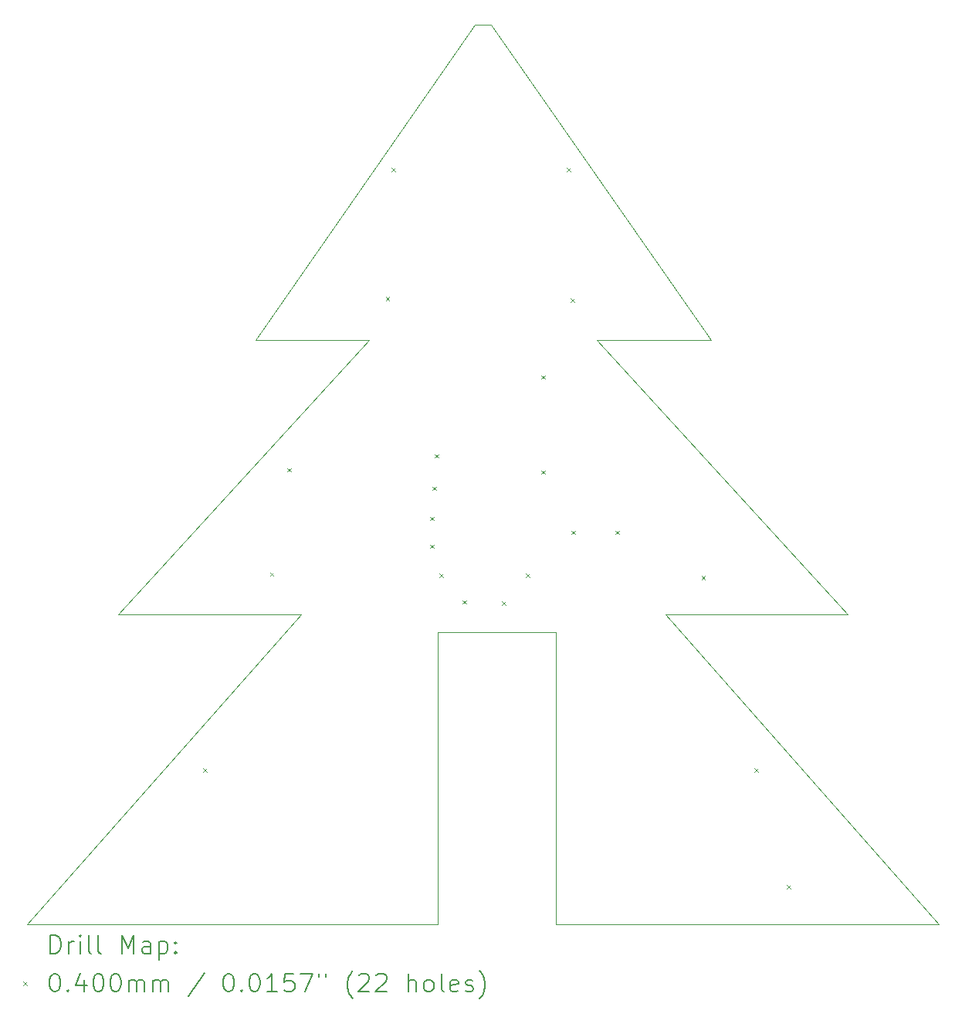
<source format=gbr>
%TF.GenerationSoftware,KiCad,Pcbnew,7.0.8*%
%TF.CreationDate,2024-03-10T12:51:43+01:00*%
%TF.ProjectId,PCB_Christmas_Tree,5043425f-4368-4726-9973-746d61735f54,rev?*%
%TF.SameCoordinates,Original*%
%TF.FileFunction,Drillmap*%
%TF.FilePolarity,Positive*%
%FSLAX45Y45*%
G04 Gerber Fmt 4.5, Leading zero omitted, Abs format (unit mm)*
G04 Created by KiCad (PCBNEW 7.0.8) date 2024-03-10 12:51:43*
%MOMM*%
%LPD*%
G01*
G04 APERTURE LIST*
%ADD10C,0.100000*%
%ADD11C,0.200000*%
%ADD12C,0.040000*%
G04 APERTURE END LIST*
D10*
X15300000Y-14200000D02*
X19800000Y-14200000D01*
X17800000Y-7800000D02*
X19050000Y-7800000D01*
X19800000Y-11000000D02*
X19800000Y-14200000D01*
X19050000Y-7800000D02*
X16300000Y-10800000D01*
X24300000Y-10800000D02*
X22300000Y-10800000D01*
X18300000Y-10800000D02*
X16300000Y-10800000D01*
X21550000Y-7800000D02*
X24300000Y-10800000D01*
X18300000Y-10800000D02*
X15300000Y-14200000D01*
X21550000Y-7800000D02*
X22800000Y-7800000D01*
X20390000Y-4340000D02*
X20210000Y-4340000D01*
X20210000Y-4340000D02*
X17800000Y-7800000D01*
X21100000Y-14200000D02*
X25300000Y-14200000D01*
X21100000Y-11000000D02*
X19800000Y-11000000D01*
X20390000Y-4340000D02*
X22800000Y-7800000D01*
X22300000Y-10800000D02*
X25300000Y-14200000D01*
X21100000Y-14200000D02*
X21100000Y-11000000D01*
D11*
D12*
X17226600Y-12489500D02*
X17266600Y-12529500D01*
X17266600Y-12489500D02*
X17226600Y-12529500D01*
X17962300Y-10343200D02*
X18002300Y-10383200D01*
X18002300Y-10343200D02*
X17962300Y-10383200D01*
X18153700Y-9200200D02*
X18193700Y-9240200D01*
X18193700Y-9200200D02*
X18153700Y-9240200D01*
X19232100Y-7326300D02*
X19272100Y-7366300D01*
X19272100Y-7326300D02*
X19232100Y-7366300D01*
X19296700Y-5910900D02*
X19336700Y-5950900D01*
X19336700Y-5910900D02*
X19296700Y-5950900D01*
X19715800Y-9733600D02*
X19755800Y-9773600D01*
X19755800Y-9733600D02*
X19715800Y-9773600D01*
X19715800Y-10038400D02*
X19755800Y-10078400D01*
X19755800Y-10038400D02*
X19715800Y-10078400D01*
X19741200Y-9403400D02*
X19781200Y-9443400D01*
X19781200Y-9403400D02*
X19741200Y-9443400D01*
X19766600Y-9047800D02*
X19806600Y-9087800D01*
X19806600Y-9047800D02*
X19766600Y-9087800D01*
X19817400Y-10355900D02*
X19857400Y-10395900D01*
X19857400Y-10355900D02*
X19817400Y-10395900D01*
X20071400Y-10648000D02*
X20111400Y-10688000D01*
X20111400Y-10648000D02*
X20071400Y-10688000D01*
X20503200Y-10660700D02*
X20543200Y-10700700D01*
X20543200Y-10660700D02*
X20503200Y-10700700D01*
X20769900Y-10355900D02*
X20809900Y-10395900D01*
X20809900Y-10355900D02*
X20769900Y-10395900D01*
X20935000Y-8184200D02*
X20975000Y-8224200D01*
X20975000Y-8184200D02*
X20935000Y-8224200D01*
X20935000Y-9225600D02*
X20975000Y-9265600D01*
X20975000Y-9225600D02*
X20935000Y-9265600D01*
X21214400Y-5910900D02*
X21254400Y-5950900D01*
X21254400Y-5910900D02*
X21214400Y-5950900D01*
X21260000Y-7340600D02*
X21300000Y-7380600D01*
X21300000Y-7340600D02*
X21260000Y-7380600D01*
X21265200Y-9886000D02*
X21305200Y-9926000D01*
X21305200Y-9886000D02*
X21265200Y-9926000D01*
X21747800Y-9886000D02*
X21787800Y-9926000D01*
X21787800Y-9886000D02*
X21747800Y-9926000D01*
X22695600Y-10381300D02*
X22735600Y-10421300D01*
X22735600Y-10381300D02*
X22695600Y-10421300D01*
X23271800Y-12489500D02*
X23311800Y-12529500D01*
X23311800Y-12489500D02*
X23271800Y-12529500D01*
X23630500Y-13767600D02*
X23670500Y-13807600D01*
X23670500Y-13767600D02*
X23630500Y-13807600D01*
D11*
X15555777Y-14516484D02*
X15555777Y-14316484D01*
X15555777Y-14316484D02*
X15603396Y-14316484D01*
X15603396Y-14316484D02*
X15631967Y-14326008D01*
X15631967Y-14326008D02*
X15651015Y-14345055D01*
X15651015Y-14345055D02*
X15660539Y-14364103D01*
X15660539Y-14364103D02*
X15670062Y-14402198D01*
X15670062Y-14402198D02*
X15670062Y-14430769D01*
X15670062Y-14430769D02*
X15660539Y-14468865D01*
X15660539Y-14468865D02*
X15651015Y-14487912D01*
X15651015Y-14487912D02*
X15631967Y-14506960D01*
X15631967Y-14506960D02*
X15603396Y-14516484D01*
X15603396Y-14516484D02*
X15555777Y-14516484D01*
X15755777Y-14516484D02*
X15755777Y-14383150D01*
X15755777Y-14421246D02*
X15765301Y-14402198D01*
X15765301Y-14402198D02*
X15774824Y-14392674D01*
X15774824Y-14392674D02*
X15793872Y-14383150D01*
X15793872Y-14383150D02*
X15812920Y-14383150D01*
X15879586Y-14516484D02*
X15879586Y-14383150D01*
X15879586Y-14316484D02*
X15870062Y-14326008D01*
X15870062Y-14326008D02*
X15879586Y-14335531D01*
X15879586Y-14335531D02*
X15889110Y-14326008D01*
X15889110Y-14326008D02*
X15879586Y-14316484D01*
X15879586Y-14316484D02*
X15879586Y-14335531D01*
X16003396Y-14516484D02*
X15984348Y-14506960D01*
X15984348Y-14506960D02*
X15974824Y-14487912D01*
X15974824Y-14487912D02*
X15974824Y-14316484D01*
X16108158Y-14516484D02*
X16089110Y-14506960D01*
X16089110Y-14506960D02*
X16079586Y-14487912D01*
X16079586Y-14487912D02*
X16079586Y-14316484D01*
X16336729Y-14516484D02*
X16336729Y-14316484D01*
X16336729Y-14316484D02*
X16403396Y-14459341D01*
X16403396Y-14459341D02*
X16470062Y-14316484D01*
X16470062Y-14316484D02*
X16470062Y-14516484D01*
X16651015Y-14516484D02*
X16651015Y-14411722D01*
X16651015Y-14411722D02*
X16641491Y-14392674D01*
X16641491Y-14392674D02*
X16622443Y-14383150D01*
X16622443Y-14383150D02*
X16584348Y-14383150D01*
X16584348Y-14383150D02*
X16565301Y-14392674D01*
X16651015Y-14506960D02*
X16631967Y-14516484D01*
X16631967Y-14516484D02*
X16584348Y-14516484D01*
X16584348Y-14516484D02*
X16565301Y-14506960D01*
X16565301Y-14506960D02*
X16555777Y-14487912D01*
X16555777Y-14487912D02*
X16555777Y-14468865D01*
X16555777Y-14468865D02*
X16565301Y-14449817D01*
X16565301Y-14449817D02*
X16584348Y-14440293D01*
X16584348Y-14440293D02*
X16631967Y-14440293D01*
X16631967Y-14440293D02*
X16651015Y-14430769D01*
X16746253Y-14383150D02*
X16746253Y-14583150D01*
X16746253Y-14392674D02*
X16765301Y-14383150D01*
X16765301Y-14383150D02*
X16803396Y-14383150D01*
X16803396Y-14383150D02*
X16822444Y-14392674D01*
X16822444Y-14392674D02*
X16831967Y-14402198D01*
X16831967Y-14402198D02*
X16841491Y-14421246D01*
X16841491Y-14421246D02*
X16841491Y-14478388D01*
X16841491Y-14478388D02*
X16831967Y-14497436D01*
X16831967Y-14497436D02*
X16822444Y-14506960D01*
X16822444Y-14506960D02*
X16803396Y-14516484D01*
X16803396Y-14516484D02*
X16765301Y-14516484D01*
X16765301Y-14516484D02*
X16746253Y-14506960D01*
X16927205Y-14497436D02*
X16936729Y-14506960D01*
X16936729Y-14506960D02*
X16927205Y-14516484D01*
X16927205Y-14516484D02*
X16917682Y-14506960D01*
X16917682Y-14506960D02*
X16927205Y-14497436D01*
X16927205Y-14497436D02*
X16927205Y-14516484D01*
X16927205Y-14392674D02*
X16936729Y-14402198D01*
X16936729Y-14402198D02*
X16927205Y-14411722D01*
X16927205Y-14411722D02*
X16917682Y-14402198D01*
X16917682Y-14402198D02*
X16927205Y-14392674D01*
X16927205Y-14392674D02*
X16927205Y-14411722D01*
D12*
X15255000Y-14825000D02*
X15295000Y-14865000D01*
X15295000Y-14825000D02*
X15255000Y-14865000D01*
D11*
X15593872Y-14736484D02*
X15612920Y-14736484D01*
X15612920Y-14736484D02*
X15631967Y-14746008D01*
X15631967Y-14746008D02*
X15641491Y-14755531D01*
X15641491Y-14755531D02*
X15651015Y-14774579D01*
X15651015Y-14774579D02*
X15660539Y-14812674D01*
X15660539Y-14812674D02*
X15660539Y-14860293D01*
X15660539Y-14860293D02*
X15651015Y-14898388D01*
X15651015Y-14898388D02*
X15641491Y-14917436D01*
X15641491Y-14917436D02*
X15631967Y-14926960D01*
X15631967Y-14926960D02*
X15612920Y-14936484D01*
X15612920Y-14936484D02*
X15593872Y-14936484D01*
X15593872Y-14936484D02*
X15574824Y-14926960D01*
X15574824Y-14926960D02*
X15565301Y-14917436D01*
X15565301Y-14917436D02*
X15555777Y-14898388D01*
X15555777Y-14898388D02*
X15546253Y-14860293D01*
X15546253Y-14860293D02*
X15546253Y-14812674D01*
X15546253Y-14812674D02*
X15555777Y-14774579D01*
X15555777Y-14774579D02*
X15565301Y-14755531D01*
X15565301Y-14755531D02*
X15574824Y-14746008D01*
X15574824Y-14746008D02*
X15593872Y-14736484D01*
X15746253Y-14917436D02*
X15755777Y-14926960D01*
X15755777Y-14926960D02*
X15746253Y-14936484D01*
X15746253Y-14936484D02*
X15736729Y-14926960D01*
X15736729Y-14926960D02*
X15746253Y-14917436D01*
X15746253Y-14917436D02*
X15746253Y-14936484D01*
X15927205Y-14803150D02*
X15927205Y-14936484D01*
X15879586Y-14726960D02*
X15831967Y-14869817D01*
X15831967Y-14869817D02*
X15955777Y-14869817D01*
X16070062Y-14736484D02*
X16089110Y-14736484D01*
X16089110Y-14736484D02*
X16108158Y-14746008D01*
X16108158Y-14746008D02*
X16117682Y-14755531D01*
X16117682Y-14755531D02*
X16127205Y-14774579D01*
X16127205Y-14774579D02*
X16136729Y-14812674D01*
X16136729Y-14812674D02*
X16136729Y-14860293D01*
X16136729Y-14860293D02*
X16127205Y-14898388D01*
X16127205Y-14898388D02*
X16117682Y-14917436D01*
X16117682Y-14917436D02*
X16108158Y-14926960D01*
X16108158Y-14926960D02*
X16089110Y-14936484D01*
X16089110Y-14936484D02*
X16070062Y-14936484D01*
X16070062Y-14936484D02*
X16051015Y-14926960D01*
X16051015Y-14926960D02*
X16041491Y-14917436D01*
X16041491Y-14917436D02*
X16031967Y-14898388D01*
X16031967Y-14898388D02*
X16022443Y-14860293D01*
X16022443Y-14860293D02*
X16022443Y-14812674D01*
X16022443Y-14812674D02*
X16031967Y-14774579D01*
X16031967Y-14774579D02*
X16041491Y-14755531D01*
X16041491Y-14755531D02*
X16051015Y-14746008D01*
X16051015Y-14746008D02*
X16070062Y-14736484D01*
X16260539Y-14736484D02*
X16279586Y-14736484D01*
X16279586Y-14736484D02*
X16298634Y-14746008D01*
X16298634Y-14746008D02*
X16308158Y-14755531D01*
X16308158Y-14755531D02*
X16317682Y-14774579D01*
X16317682Y-14774579D02*
X16327205Y-14812674D01*
X16327205Y-14812674D02*
X16327205Y-14860293D01*
X16327205Y-14860293D02*
X16317682Y-14898388D01*
X16317682Y-14898388D02*
X16308158Y-14917436D01*
X16308158Y-14917436D02*
X16298634Y-14926960D01*
X16298634Y-14926960D02*
X16279586Y-14936484D01*
X16279586Y-14936484D02*
X16260539Y-14936484D01*
X16260539Y-14936484D02*
X16241491Y-14926960D01*
X16241491Y-14926960D02*
X16231967Y-14917436D01*
X16231967Y-14917436D02*
X16222443Y-14898388D01*
X16222443Y-14898388D02*
X16212920Y-14860293D01*
X16212920Y-14860293D02*
X16212920Y-14812674D01*
X16212920Y-14812674D02*
X16222443Y-14774579D01*
X16222443Y-14774579D02*
X16231967Y-14755531D01*
X16231967Y-14755531D02*
X16241491Y-14746008D01*
X16241491Y-14746008D02*
X16260539Y-14736484D01*
X16412920Y-14936484D02*
X16412920Y-14803150D01*
X16412920Y-14822198D02*
X16422443Y-14812674D01*
X16422443Y-14812674D02*
X16441491Y-14803150D01*
X16441491Y-14803150D02*
X16470063Y-14803150D01*
X16470063Y-14803150D02*
X16489110Y-14812674D01*
X16489110Y-14812674D02*
X16498634Y-14831722D01*
X16498634Y-14831722D02*
X16498634Y-14936484D01*
X16498634Y-14831722D02*
X16508158Y-14812674D01*
X16508158Y-14812674D02*
X16527205Y-14803150D01*
X16527205Y-14803150D02*
X16555777Y-14803150D01*
X16555777Y-14803150D02*
X16574824Y-14812674D01*
X16574824Y-14812674D02*
X16584348Y-14831722D01*
X16584348Y-14831722D02*
X16584348Y-14936484D01*
X16679586Y-14936484D02*
X16679586Y-14803150D01*
X16679586Y-14822198D02*
X16689110Y-14812674D01*
X16689110Y-14812674D02*
X16708158Y-14803150D01*
X16708158Y-14803150D02*
X16736729Y-14803150D01*
X16736729Y-14803150D02*
X16755777Y-14812674D01*
X16755777Y-14812674D02*
X16765301Y-14831722D01*
X16765301Y-14831722D02*
X16765301Y-14936484D01*
X16765301Y-14831722D02*
X16774824Y-14812674D01*
X16774824Y-14812674D02*
X16793872Y-14803150D01*
X16793872Y-14803150D02*
X16822444Y-14803150D01*
X16822444Y-14803150D02*
X16841491Y-14812674D01*
X16841491Y-14812674D02*
X16851015Y-14831722D01*
X16851015Y-14831722D02*
X16851015Y-14936484D01*
X17241491Y-14726960D02*
X17070063Y-14984103D01*
X17498634Y-14736484D02*
X17517682Y-14736484D01*
X17517682Y-14736484D02*
X17536729Y-14746008D01*
X17536729Y-14746008D02*
X17546253Y-14755531D01*
X17546253Y-14755531D02*
X17555777Y-14774579D01*
X17555777Y-14774579D02*
X17565301Y-14812674D01*
X17565301Y-14812674D02*
X17565301Y-14860293D01*
X17565301Y-14860293D02*
X17555777Y-14898388D01*
X17555777Y-14898388D02*
X17546253Y-14917436D01*
X17546253Y-14917436D02*
X17536729Y-14926960D01*
X17536729Y-14926960D02*
X17517682Y-14936484D01*
X17517682Y-14936484D02*
X17498634Y-14936484D01*
X17498634Y-14936484D02*
X17479587Y-14926960D01*
X17479587Y-14926960D02*
X17470063Y-14917436D01*
X17470063Y-14917436D02*
X17460539Y-14898388D01*
X17460539Y-14898388D02*
X17451015Y-14860293D01*
X17451015Y-14860293D02*
X17451015Y-14812674D01*
X17451015Y-14812674D02*
X17460539Y-14774579D01*
X17460539Y-14774579D02*
X17470063Y-14755531D01*
X17470063Y-14755531D02*
X17479587Y-14746008D01*
X17479587Y-14746008D02*
X17498634Y-14736484D01*
X17651015Y-14917436D02*
X17660539Y-14926960D01*
X17660539Y-14926960D02*
X17651015Y-14936484D01*
X17651015Y-14936484D02*
X17641491Y-14926960D01*
X17641491Y-14926960D02*
X17651015Y-14917436D01*
X17651015Y-14917436D02*
X17651015Y-14936484D01*
X17784348Y-14736484D02*
X17803396Y-14736484D01*
X17803396Y-14736484D02*
X17822444Y-14746008D01*
X17822444Y-14746008D02*
X17831968Y-14755531D01*
X17831968Y-14755531D02*
X17841491Y-14774579D01*
X17841491Y-14774579D02*
X17851015Y-14812674D01*
X17851015Y-14812674D02*
X17851015Y-14860293D01*
X17851015Y-14860293D02*
X17841491Y-14898388D01*
X17841491Y-14898388D02*
X17831968Y-14917436D01*
X17831968Y-14917436D02*
X17822444Y-14926960D01*
X17822444Y-14926960D02*
X17803396Y-14936484D01*
X17803396Y-14936484D02*
X17784348Y-14936484D01*
X17784348Y-14936484D02*
X17765301Y-14926960D01*
X17765301Y-14926960D02*
X17755777Y-14917436D01*
X17755777Y-14917436D02*
X17746253Y-14898388D01*
X17746253Y-14898388D02*
X17736729Y-14860293D01*
X17736729Y-14860293D02*
X17736729Y-14812674D01*
X17736729Y-14812674D02*
X17746253Y-14774579D01*
X17746253Y-14774579D02*
X17755777Y-14755531D01*
X17755777Y-14755531D02*
X17765301Y-14746008D01*
X17765301Y-14746008D02*
X17784348Y-14736484D01*
X18041491Y-14936484D02*
X17927206Y-14936484D01*
X17984348Y-14936484D02*
X17984348Y-14736484D01*
X17984348Y-14736484D02*
X17965301Y-14765055D01*
X17965301Y-14765055D02*
X17946253Y-14784103D01*
X17946253Y-14784103D02*
X17927206Y-14793627D01*
X18222444Y-14736484D02*
X18127206Y-14736484D01*
X18127206Y-14736484D02*
X18117682Y-14831722D01*
X18117682Y-14831722D02*
X18127206Y-14822198D01*
X18127206Y-14822198D02*
X18146253Y-14812674D01*
X18146253Y-14812674D02*
X18193872Y-14812674D01*
X18193872Y-14812674D02*
X18212920Y-14822198D01*
X18212920Y-14822198D02*
X18222444Y-14831722D01*
X18222444Y-14831722D02*
X18231968Y-14850769D01*
X18231968Y-14850769D02*
X18231968Y-14898388D01*
X18231968Y-14898388D02*
X18222444Y-14917436D01*
X18222444Y-14917436D02*
X18212920Y-14926960D01*
X18212920Y-14926960D02*
X18193872Y-14936484D01*
X18193872Y-14936484D02*
X18146253Y-14936484D01*
X18146253Y-14936484D02*
X18127206Y-14926960D01*
X18127206Y-14926960D02*
X18117682Y-14917436D01*
X18298634Y-14736484D02*
X18431968Y-14736484D01*
X18431968Y-14736484D02*
X18346253Y-14936484D01*
X18498634Y-14736484D02*
X18498634Y-14774579D01*
X18574825Y-14736484D02*
X18574825Y-14774579D01*
X18870063Y-15012674D02*
X18860539Y-15003150D01*
X18860539Y-15003150D02*
X18841491Y-14974579D01*
X18841491Y-14974579D02*
X18831968Y-14955531D01*
X18831968Y-14955531D02*
X18822444Y-14926960D01*
X18822444Y-14926960D02*
X18812920Y-14879341D01*
X18812920Y-14879341D02*
X18812920Y-14841246D01*
X18812920Y-14841246D02*
X18822444Y-14793627D01*
X18822444Y-14793627D02*
X18831968Y-14765055D01*
X18831968Y-14765055D02*
X18841491Y-14746008D01*
X18841491Y-14746008D02*
X18860539Y-14717436D01*
X18860539Y-14717436D02*
X18870063Y-14707912D01*
X18936730Y-14755531D02*
X18946253Y-14746008D01*
X18946253Y-14746008D02*
X18965301Y-14736484D01*
X18965301Y-14736484D02*
X19012920Y-14736484D01*
X19012920Y-14736484D02*
X19031968Y-14746008D01*
X19031968Y-14746008D02*
X19041491Y-14755531D01*
X19041491Y-14755531D02*
X19051015Y-14774579D01*
X19051015Y-14774579D02*
X19051015Y-14793627D01*
X19051015Y-14793627D02*
X19041491Y-14822198D01*
X19041491Y-14822198D02*
X18927206Y-14936484D01*
X18927206Y-14936484D02*
X19051015Y-14936484D01*
X19127206Y-14755531D02*
X19136730Y-14746008D01*
X19136730Y-14746008D02*
X19155777Y-14736484D01*
X19155777Y-14736484D02*
X19203396Y-14736484D01*
X19203396Y-14736484D02*
X19222444Y-14746008D01*
X19222444Y-14746008D02*
X19231968Y-14755531D01*
X19231968Y-14755531D02*
X19241491Y-14774579D01*
X19241491Y-14774579D02*
X19241491Y-14793627D01*
X19241491Y-14793627D02*
X19231968Y-14822198D01*
X19231968Y-14822198D02*
X19117682Y-14936484D01*
X19117682Y-14936484D02*
X19241491Y-14936484D01*
X19479587Y-14936484D02*
X19479587Y-14736484D01*
X19565301Y-14936484D02*
X19565301Y-14831722D01*
X19565301Y-14831722D02*
X19555777Y-14812674D01*
X19555777Y-14812674D02*
X19536730Y-14803150D01*
X19536730Y-14803150D02*
X19508158Y-14803150D01*
X19508158Y-14803150D02*
X19489111Y-14812674D01*
X19489111Y-14812674D02*
X19479587Y-14822198D01*
X19689111Y-14936484D02*
X19670063Y-14926960D01*
X19670063Y-14926960D02*
X19660539Y-14917436D01*
X19660539Y-14917436D02*
X19651015Y-14898388D01*
X19651015Y-14898388D02*
X19651015Y-14841246D01*
X19651015Y-14841246D02*
X19660539Y-14822198D01*
X19660539Y-14822198D02*
X19670063Y-14812674D01*
X19670063Y-14812674D02*
X19689111Y-14803150D01*
X19689111Y-14803150D02*
X19717682Y-14803150D01*
X19717682Y-14803150D02*
X19736730Y-14812674D01*
X19736730Y-14812674D02*
X19746253Y-14822198D01*
X19746253Y-14822198D02*
X19755777Y-14841246D01*
X19755777Y-14841246D02*
X19755777Y-14898388D01*
X19755777Y-14898388D02*
X19746253Y-14917436D01*
X19746253Y-14917436D02*
X19736730Y-14926960D01*
X19736730Y-14926960D02*
X19717682Y-14936484D01*
X19717682Y-14936484D02*
X19689111Y-14936484D01*
X19870063Y-14936484D02*
X19851015Y-14926960D01*
X19851015Y-14926960D02*
X19841492Y-14907912D01*
X19841492Y-14907912D02*
X19841492Y-14736484D01*
X20022444Y-14926960D02*
X20003396Y-14936484D01*
X20003396Y-14936484D02*
X19965301Y-14936484D01*
X19965301Y-14936484D02*
X19946253Y-14926960D01*
X19946253Y-14926960D02*
X19936730Y-14907912D01*
X19936730Y-14907912D02*
X19936730Y-14831722D01*
X19936730Y-14831722D02*
X19946253Y-14812674D01*
X19946253Y-14812674D02*
X19965301Y-14803150D01*
X19965301Y-14803150D02*
X20003396Y-14803150D01*
X20003396Y-14803150D02*
X20022444Y-14812674D01*
X20022444Y-14812674D02*
X20031968Y-14831722D01*
X20031968Y-14831722D02*
X20031968Y-14850769D01*
X20031968Y-14850769D02*
X19936730Y-14869817D01*
X20108158Y-14926960D02*
X20127206Y-14936484D01*
X20127206Y-14936484D02*
X20165301Y-14936484D01*
X20165301Y-14936484D02*
X20184349Y-14926960D01*
X20184349Y-14926960D02*
X20193873Y-14907912D01*
X20193873Y-14907912D02*
X20193873Y-14898388D01*
X20193873Y-14898388D02*
X20184349Y-14879341D01*
X20184349Y-14879341D02*
X20165301Y-14869817D01*
X20165301Y-14869817D02*
X20136730Y-14869817D01*
X20136730Y-14869817D02*
X20117682Y-14860293D01*
X20117682Y-14860293D02*
X20108158Y-14841246D01*
X20108158Y-14841246D02*
X20108158Y-14831722D01*
X20108158Y-14831722D02*
X20117682Y-14812674D01*
X20117682Y-14812674D02*
X20136730Y-14803150D01*
X20136730Y-14803150D02*
X20165301Y-14803150D01*
X20165301Y-14803150D02*
X20184349Y-14812674D01*
X20260539Y-15012674D02*
X20270063Y-15003150D01*
X20270063Y-15003150D02*
X20289111Y-14974579D01*
X20289111Y-14974579D02*
X20298634Y-14955531D01*
X20298634Y-14955531D02*
X20308158Y-14926960D01*
X20308158Y-14926960D02*
X20317682Y-14879341D01*
X20317682Y-14879341D02*
X20317682Y-14841246D01*
X20317682Y-14841246D02*
X20308158Y-14793627D01*
X20308158Y-14793627D02*
X20298634Y-14765055D01*
X20298634Y-14765055D02*
X20289111Y-14746008D01*
X20289111Y-14746008D02*
X20270063Y-14717436D01*
X20270063Y-14717436D02*
X20260539Y-14707912D01*
M02*

</source>
